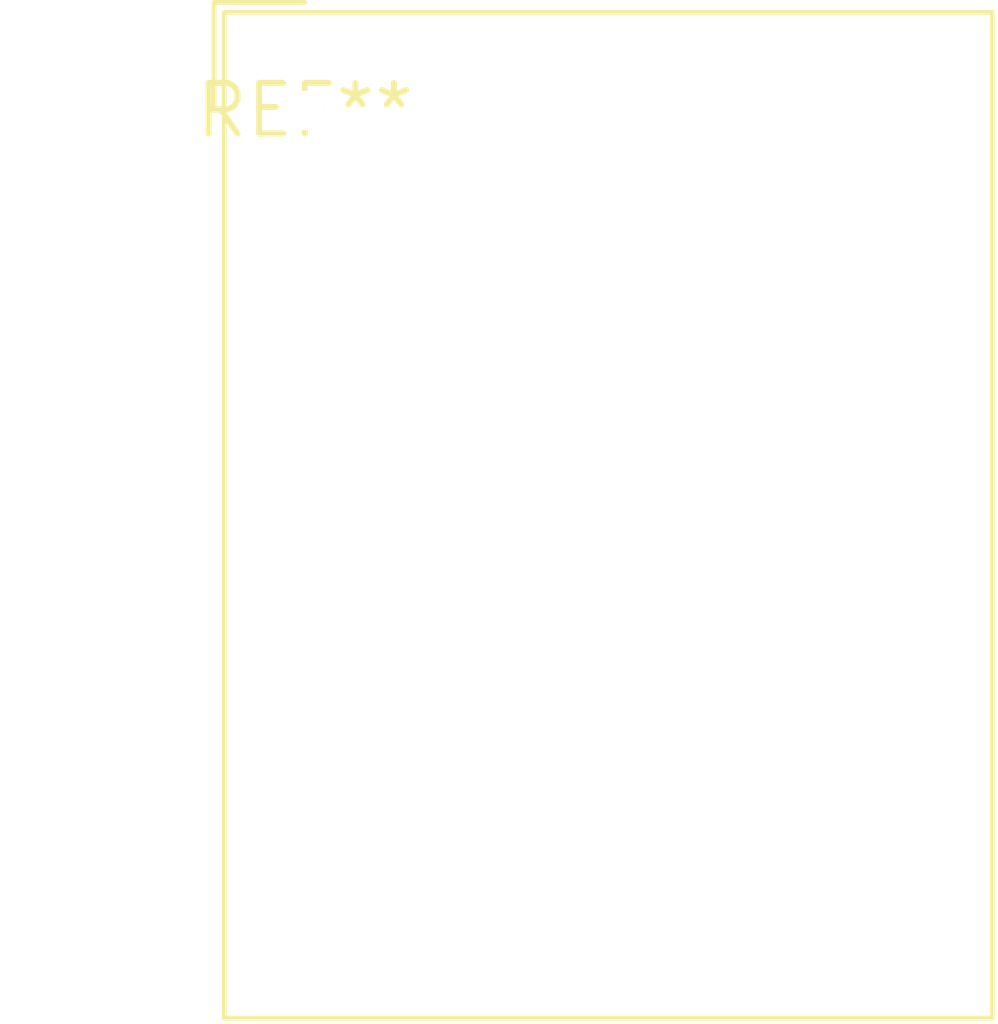
<source format=kicad_pcb>
(kicad_pcb (version 20240108) (generator pcbnew)
  (layers (0 "F.Cu" signal) (31 "B.Cu" signal) (34 "B.Paste" user) (35 "F.Paste" user) (36 "B.SilkS" user "B.Silkscreen") (37 "F.SilkS" user "F.Silkscreen") (38 "B.Mask" user) (39 "F.Mask" user) (44 "Edge.Cuts" user))
  (net 0 "")
  (footprint "DA56-11CGKWA" (layer "F.Cu") (at 0 0)
    (property "Reference" "REF**")
    (property "Value" "DA56-11CGKWA")
    (fp_line (start -2.28 -2.71) (end -2.28 0) (layer "F.SilkS") (stroke (width 0.12)))
    (fp_line (start -2.28 -2.71) (end 0 -2.71) (layer "F.SilkS") (stroke (width 0.12)))
    (fp_line (start -2.025 -2.46) (end 17.265 -2.46) (layer "F.SilkS") (stroke (width 0.12)))
    (fp_line (start -2.025 22.79) (end -2.025 -2.46) (layer "F.SilkS") (stroke (width 0.12)))
    (fp_line (start 17.265 -2.46) (end 17.265 22.79) (layer "F.SilkS") (stroke (width 0.12)))
    (fp_line (start 17.265 22.79) (end -2.025 22.79) (layer "F.SilkS") (stroke (width 0.12)))
    (pad "1" thru_hole rect (at 0 0) (size 1.5 1.5) (drill 1) (layers *.Cu *.Mask) (remove_unused_layers))
    (pad "2" thru_hole circle (at 0 2.54) (size 1.5 1.5) (drill 1) (layers *.Cu *.Mask) (remove_unused_layers))
    (pad "3" thru_hole circle (at 0 5.08) (size 1.5 1.5) (drill 1) (layers *.Cu *.Mask) (remove_unused_layers))
    (pad "4" thru_hole circle (at 0 7.62) (size 1.5 1.5) (drill 1) (layers *.Cu *.Mask) (remove_unused_layers))
    (pad "5" thru_hole circle (at 0 10.16) (size 1.5 1.5) (drill 1) (layers *.Cu *.Mask) (remove_unused_layers))
    (pad "6" thru_hole circle (at 0 12.7) (size 1.5 1.5) (drill 1) (layers *.Cu *.Mask) (remove_unused_layers))
    (pad "7" thru_hole circle (at 0 15.24) (size 1.5 1.5) (drill 1) (layers *.Cu *.Mask) (remove_unused_layers))
    (pad "8" thru_hole circle (at 0 17.78) (size 1.5 1.5) (drill 1) (layers *.Cu *.Mask) (remove_unused_layers))
    (pad "9" thru_hole circle (at 0 20.32) (size 1.5 1.5) (drill 1) (layers *.Cu *.Mask) (remove_unused_layers))
    (pad "10" thru_hole circle (at 15.24 20.32) (size 1.5 1.5) (drill 1) (layers *.Cu *.Mask) (remove_unused_layers))
    (pad "11" thru_hole circle (at 15.24 17.78) (size 1.5 1.5) (drill 1) (layers *.Cu *.Mask) (remove_unused_layers))
    (pad "12" thru_hole circle (at 15.24 15.24) (size 1.5 1.5) (drill 1) (layers *.Cu *.Mask) (remove_unused_layers))
    (pad "13" thru_hole circle (at 15.24 12.7) (size 1.5 1.5) (drill 1) (layers *.Cu *.Mask) (remove_unused_layers))
    (pad "14" thru_hole circle (at 15.24 10.16) (size 1.5 1.5) (drill 1) (layers *.Cu *.Mask) (remove_unused_layers))
    (pad "15" thru_hole circle (at 15.24 7.62) (size 1.5 1.5) (drill 1) (layers *.Cu *.Mask) (remove_unused_layers))
    (pad "16" thru_hole circle (at 15.24 5.08) (size 1.5 1.5) (drill 1) (layers *.Cu *.Mask) (remove_unused_layers))
    (pad "17" thru_hole circle (at 15.24 2.54) (size 1.5 1.5) (drill 1) (layers *.Cu *.Mask) (remove_unused_layers))
    (pad "18" thru_hole circle (at 15.24 0) (size 1.5 1.5) (drill 1) (layers *.Cu *.Mask) (remove_unused_layers))
  )
)
</source>
